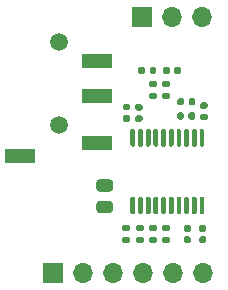
<source format=gbr>
%TF.GenerationSoftware,KiCad,Pcbnew,(5.1.8)-1*%
%TF.CreationDate,2021-11-13T21:13:11+08:00*%
%TF.ProjectId,pcm5102a,70636d35-3130-4326-912e-6b696361645f,rev?*%
%TF.SameCoordinates,Original*%
%TF.FileFunction,Soldermask,Top*%
%TF.FilePolarity,Negative*%
%FSLAX46Y46*%
G04 Gerber Fmt 4.6, Leading zero omitted, Abs format (unit mm)*
G04 Created by KiCad (PCBNEW (5.1.8)-1) date 2021-11-13 21:13:11*
%MOMM*%
%LPD*%
G01*
G04 APERTURE LIST*
%ADD10O,1.700000X1.700000*%
%ADD11R,1.700000X1.700000*%
%ADD12C,1.500000*%
%ADD13R,2.500000X1.200000*%
G04 APERTURE END LIST*
D10*
%TO.C,J3*%
X131080000Y-79500000D03*
X128540000Y-79500000D03*
D11*
X126000000Y-79500000D03*
%TD*%
D10*
%TO.C,J2*%
X131100000Y-101200000D03*
X128560000Y-101200000D03*
X126020000Y-101200000D03*
X123480000Y-101200000D03*
X120940000Y-101200000D03*
D11*
X118400000Y-101200000D03*
%TD*%
%TO.C,R7*%
G36*
G01*
X124785000Y-97660000D02*
X124415000Y-97660000D01*
G75*
G02*
X124280000Y-97525000I0J135000D01*
G01*
X124280000Y-97255000D01*
G75*
G02*
X124415000Y-97120000I135000J0D01*
G01*
X124785000Y-97120000D01*
G75*
G02*
X124920000Y-97255000I0J-135000D01*
G01*
X124920000Y-97525000D01*
G75*
G02*
X124785000Y-97660000I-135000J0D01*
G01*
G37*
G36*
G01*
X124785000Y-98680000D02*
X124415000Y-98680000D01*
G75*
G02*
X124280000Y-98545000I0J135000D01*
G01*
X124280000Y-98275000D01*
G75*
G02*
X124415000Y-98140000I135000J0D01*
G01*
X124785000Y-98140000D01*
G75*
G02*
X124920000Y-98275000I0J-135000D01*
G01*
X124920000Y-98545000D01*
G75*
G02*
X124785000Y-98680000I-135000J0D01*
G01*
G37*
%TD*%
%TO.C,R6*%
G36*
G01*
X123250002Y-94300000D02*
X122349998Y-94300000D01*
G75*
G02*
X122100000Y-94050002I0J249998D01*
G01*
X122100000Y-93524998D01*
G75*
G02*
X122349998Y-93275000I249998J0D01*
G01*
X123250002Y-93275000D01*
G75*
G02*
X123500000Y-93524998I0J-249998D01*
G01*
X123500000Y-94050002D01*
G75*
G02*
X123250002Y-94300000I-249998J0D01*
G01*
G37*
G36*
G01*
X123250002Y-96125000D02*
X122349998Y-96125000D01*
G75*
G02*
X122100000Y-95875002I0J249998D01*
G01*
X122100000Y-95349998D01*
G75*
G02*
X122349998Y-95100000I249998J0D01*
G01*
X123250002Y-95100000D01*
G75*
G02*
X123500000Y-95349998I0J-249998D01*
G01*
X123500000Y-95875002D01*
G75*
G02*
X123250002Y-96125000I-249998J0D01*
G01*
G37*
%TD*%
D12*
%TO.C,J1*%
X118900000Y-88625000D03*
X118900000Y-81625000D03*
D13*
X122150000Y-83225000D03*
X122150000Y-86225000D03*
X122150000Y-90225000D03*
X115650000Y-91325000D03*
%TD*%
%TO.C,U1*%
G36*
G01*
X130935000Y-94745000D02*
X131135000Y-94745000D01*
G75*
G02*
X131235000Y-94845000I0J-100000D01*
G01*
X131235000Y-96120000D01*
G75*
G02*
X131135000Y-96220000I-100000J0D01*
G01*
X130935000Y-96220000D01*
G75*
G02*
X130835000Y-96120000I0J100000D01*
G01*
X130835000Y-94845000D01*
G75*
G02*
X130935000Y-94745000I100000J0D01*
G01*
G37*
G36*
G01*
X130285000Y-94745000D02*
X130485000Y-94745000D01*
G75*
G02*
X130585000Y-94845000I0J-100000D01*
G01*
X130585000Y-96120000D01*
G75*
G02*
X130485000Y-96220000I-100000J0D01*
G01*
X130285000Y-96220000D01*
G75*
G02*
X130185000Y-96120000I0J100000D01*
G01*
X130185000Y-94845000D01*
G75*
G02*
X130285000Y-94745000I100000J0D01*
G01*
G37*
G36*
G01*
X129635000Y-94745000D02*
X129835000Y-94745000D01*
G75*
G02*
X129935000Y-94845000I0J-100000D01*
G01*
X129935000Y-96120000D01*
G75*
G02*
X129835000Y-96220000I-100000J0D01*
G01*
X129635000Y-96220000D01*
G75*
G02*
X129535000Y-96120000I0J100000D01*
G01*
X129535000Y-94845000D01*
G75*
G02*
X129635000Y-94745000I100000J0D01*
G01*
G37*
G36*
G01*
X128985000Y-94745000D02*
X129185000Y-94745000D01*
G75*
G02*
X129285000Y-94845000I0J-100000D01*
G01*
X129285000Y-96120000D01*
G75*
G02*
X129185000Y-96220000I-100000J0D01*
G01*
X128985000Y-96220000D01*
G75*
G02*
X128885000Y-96120000I0J100000D01*
G01*
X128885000Y-94845000D01*
G75*
G02*
X128985000Y-94745000I100000J0D01*
G01*
G37*
G36*
G01*
X128335000Y-94745000D02*
X128535000Y-94745000D01*
G75*
G02*
X128635000Y-94845000I0J-100000D01*
G01*
X128635000Y-96120000D01*
G75*
G02*
X128535000Y-96220000I-100000J0D01*
G01*
X128335000Y-96220000D01*
G75*
G02*
X128235000Y-96120000I0J100000D01*
G01*
X128235000Y-94845000D01*
G75*
G02*
X128335000Y-94745000I100000J0D01*
G01*
G37*
G36*
G01*
X127685000Y-94745000D02*
X127885000Y-94745000D01*
G75*
G02*
X127985000Y-94845000I0J-100000D01*
G01*
X127985000Y-96120000D01*
G75*
G02*
X127885000Y-96220000I-100000J0D01*
G01*
X127685000Y-96220000D01*
G75*
G02*
X127585000Y-96120000I0J100000D01*
G01*
X127585000Y-94845000D01*
G75*
G02*
X127685000Y-94745000I100000J0D01*
G01*
G37*
G36*
G01*
X127035000Y-94745000D02*
X127235000Y-94745000D01*
G75*
G02*
X127335000Y-94845000I0J-100000D01*
G01*
X127335000Y-96120000D01*
G75*
G02*
X127235000Y-96220000I-100000J0D01*
G01*
X127035000Y-96220000D01*
G75*
G02*
X126935000Y-96120000I0J100000D01*
G01*
X126935000Y-94845000D01*
G75*
G02*
X127035000Y-94745000I100000J0D01*
G01*
G37*
G36*
G01*
X126385000Y-94745000D02*
X126585000Y-94745000D01*
G75*
G02*
X126685000Y-94845000I0J-100000D01*
G01*
X126685000Y-96120000D01*
G75*
G02*
X126585000Y-96220000I-100000J0D01*
G01*
X126385000Y-96220000D01*
G75*
G02*
X126285000Y-96120000I0J100000D01*
G01*
X126285000Y-94845000D01*
G75*
G02*
X126385000Y-94745000I100000J0D01*
G01*
G37*
G36*
G01*
X125735000Y-94745000D02*
X125935000Y-94745000D01*
G75*
G02*
X126035000Y-94845000I0J-100000D01*
G01*
X126035000Y-96120000D01*
G75*
G02*
X125935000Y-96220000I-100000J0D01*
G01*
X125735000Y-96220000D01*
G75*
G02*
X125635000Y-96120000I0J100000D01*
G01*
X125635000Y-94845000D01*
G75*
G02*
X125735000Y-94745000I100000J0D01*
G01*
G37*
G36*
G01*
X125085000Y-94745000D02*
X125285000Y-94745000D01*
G75*
G02*
X125385000Y-94845000I0J-100000D01*
G01*
X125385000Y-96120000D01*
G75*
G02*
X125285000Y-96220000I-100000J0D01*
G01*
X125085000Y-96220000D01*
G75*
G02*
X124985000Y-96120000I0J100000D01*
G01*
X124985000Y-94845000D01*
G75*
G02*
X125085000Y-94745000I100000J0D01*
G01*
G37*
G36*
G01*
X125085000Y-89020000D02*
X125285000Y-89020000D01*
G75*
G02*
X125385000Y-89120000I0J-100000D01*
G01*
X125385000Y-90395000D01*
G75*
G02*
X125285000Y-90495000I-100000J0D01*
G01*
X125085000Y-90495000D01*
G75*
G02*
X124985000Y-90395000I0J100000D01*
G01*
X124985000Y-89120000D01*
G75*
G02*
X125085000Y-89020000I100000J0D01*
G01*
G37*
G36*
G01*
X125735000Y-89020000D02*
X125935000Y-89020000D01*
G75*
G02*
X126035000Y-89120000I0J-100000D01*
G01*
X126035000Y-90395000D01*
G75*
G02*
X125935000Y-90495000I-100000J0D01*
G01*
X125735000Y-90495000D01*
G75*
G02*
X125635000Y-90395000I0J100000D01*
G01*
X125635000Y-89120000D01*
G75*
G02*
X125735000Y-89020000I100000J0D01*
G01*
G37*
G36*
G01*
X126385000Y-89020000D02*
X126585000Y-89020000D01*
G75*
G02*
X126685000Y-89120000I0J-100000D01*
G01*
X126685000Y-90395000D01*
G75*
G02*
X126585000Y-90495000I-100000J0D01*
G01*
X126385000Y-90495000D01*
G75*
G02*
X126285000Y-90395000I0J100000D01*
G01*
X126285000Y-89120000D01*
G75*
G02*
X126385000Y-89020000I100000J0D01*
G01*
G37*
G36*
G01*
X127035000Y-89020000D02*
X127235000Y-89020000D01*
G75*
G02*
X127335000Y-89120000I0J-100000D01*
G01*
X127335000Y-90395000D01*
G75*
G02*
X127235000Y-90495000I-100000J0D01*
G01*
X127035000Y-90495000D01*
G75*
G02*
X126935000Y-90395000I0J100000D01*
G01*
X126935000Y-89120000D01*
G75*
G02*
X127035000Y-89020000I100000J0D01*
G01*
G37*
G36*
G01*
X127685000Y-89020000D02*
X127885000Y-89020000D01*
G75*
G02*
X127985000Y-89120000I0J-100000D01*
G01*
X127985000Y-90395000D01*
G75*
G02*
X127885000Y-90495000I-100000J0D01*
G01*
X127685000Y-90495000D01*
G75*
G02*
X127585000Y-90395000I0J100000D01*
G01*
X127585000Y-89120000D01*
G75*
G02*
X127685000Y-89020000I100000J0D01*
G01*
G37*
G36*
G01*
X128335000Y-89020000D02*
X128535000Y-89020000D01*
G75*
G02*
X128635000Y-89120000I0J-100000D01*
G01*
X128635000Y-90395000D01*
G75*
G02*
X128535000Y-90495000I-100000J0D01*
G01*
X128335000Y-90495000D01*
G75*
G02*
X128235000Y-90395000I0J100000D01*
G01*
X128235000Y-89120000D01*
G75*
G02*
X128335000Y-89020000I100000J0D01*
G01*
G37*
G36*
G01*
X128985000Y-89020000D02*
X129185000Y-89020000D01*
G75*
G02*
X129285000Y-89120000I0J-100000D01*
G01*
X129285000Y-90395000D01*
G75*
G02*
X129185000Y-90495000I-100000J0D01*
G01*
X128985000Y-90495000D01*
G75*
G02*
X128885000Y-90395000I0J100000D01*
G01*
X128885000Y-89120000D01*
G75*
G02*
X128985000Y-89020000I100000J0D01*
G01*
G37*
G36*
G01*
X129635000Y-89020000D02*
X129835000Y-89020000D01*
G75*
G02*
X129935000Y-89120000I0J-100000D01*
G01*
X129935000Y-90395000D01*
G75*
G02*
X129835000Y-90495000I-100000J0D01*
G01*
X129635000Y-90495000D01*
G75*
G02*
X129535000Y-90395000I0J100000D01*
G01*
X129535000Y-89120000D01*
G75*
G02*
X129635000Y-89020000I100000J0D01*
G01*
G37*
G36*
G01*
X130285000Y-89020000D02*
X130485000Y-89020000D01*
G75*
G02*
X130585000Y-89120000I0J-100000D01*
G01*
X130585000Y-90395000D01*
G75*
G02*
X130485000Y-90495000I-100000J0D01*
G01*
X130285000Y-90495000D01*
G75*
G02*
X130185000Y-90395000I0J100000D01*
G01*
X130185000Y-89120000D01*
G75*
G02*
X130285000Y-89020000I100000J0D01*
G01*
G37*
G36*
G01*
X130935000Y-89020000D02*
X131135000Y-89020000D01*
G75*
G02*
X131235000Y-89120000I0J-100000D01*
G01*
X131235000Y-90395000D01*
G75*
G02*
X131135000Y-90495000I-100000J0D01*
G01*
X130935000Y-90495000D01*
G75*
G02*
X130835000Y-90395000I0J100000D01*
G01*
X130835000Y-89120000D01*
G75*
G02*
X130935000Y-89020000I100000J0D01*
G01*
G37*
%TD*%
%TO.C,R5*%
G36*
G01*
X125985000Y-97660000D02*
X125615000Y-97660000D01*
G75*
G02*
X125480000Y-97525000I0J135000D01*
G01*
X125480000Y-97255000D01*
G75*
G02*
X125615000Y-97120000I135000J0D01*
G01*
X125985000Y-97120000D01*
G75*
G02*
X126120000Y-97255000I0J-135000D01*
G01*
X126120000Y-97525000D01*
G75*
G02*
X125985000Y-97660000I-135000J0D01*
G01*
G37*
G36*
G01*
X125985000Y-98680000D02*
X125615000Y-98680000D01*
G75*
G02*
X125480000Y-98545000I0J135000D01*
G01*
X125480000Y-98275000D01*
G75*
G02*
X125615000Y-98140000I135000J0D01*
G01*
X125985000Y-98140000D01*
G75*
G02*
X126120000Y-98275000I0J-135000D01*
G01*
X126120000Y-98545000D01*
G75*
G02*
X125985000Y-98680000I-135000J0D01*
G01*
G37*
%TD*%
%TO.C,R4*%
G36*
G01*
X127085000Y-97660000D02*
X126715000Y-97660000D01*
G75*
G02*
X126580000Y-97525000I0J135000D01*
G01*
X126580000Y-97255000D01*
G75*
G02*
X126715000Y-97120000I135000J0D01*
G01*
X127085000Y-97120000D01*
G75*
G02*
X127220000Y-97255000I0J-135000D01*
G01*
X127220000Y-97525000D01*
G75*
G02*
X127085000Y-97660000I-135000J0D01*
G01*
G37*
G36*
G01*
X127085000Y-98680000D02*
X126715000Y-98680000D01*
G75*
G02*
X126580000Y-98545000I0J135000D01*
G01*
X126580000Y-98275000D01*
G75*
G02*
X126715000Y-98140000I135000J0D01*
G01*
X127085000Y-98140000D01*
G75*
G02*
X127220000Y-98275000I0J-135000D01*
G01*
X127220000Y-98545000D01*
G75*
G02*
X127085000Y-98680000I-135000J0D01*
G01*
G37*
%TD*%
%TO.C,R3*%
G36*
G01*
X127085000Y-85460000D02*
X126715000Y-85460000D01*
G75*
G02*
X126580000Y-85325000I0J135000D01*
G01*
X126580000Y-85055000D01*
G75*
G02*
X126715000Y-84920000I135000J0D01*
G01*
X127085000Y-84920000D01*
G75*
G02*
X127220000Y-85055000I0J-135000D01*
G01*
X127220000Y-85325000D01*
G75*
G02*
X127085000Y-85460000I-135000J0D01*
G01*
G37*
G36*
G01*
X127085000Y-86480000D02*
X126715000Y-86480000D01*
G75*
G02*
X126580000Y-86345000I0J135000D01*
G01*
X126580000Y-86075000D01*
G75*
G02*
X126715000Y-85940000I135000J0D01*
G01*
X127085000Y-85940000D01*
G75*
G02*
X127220000Y-86075000I0J-135000D01*
G01*
X127220000Y-86345000D01*
G75*
G02*
X127085000Y-86480000I-135000J0D01*
G01*
G37*
%TD*%
%TO.C,R2*%
G36*
G01*
X128185000Y-97660000D02*
X127815000Y-97660000D01*
G75*
G02*
X127680000Y-97525000I0J135000D01*
G01*
X127680000Y-97255000D01*
G75*
G02*
X127815000Y-97120000I135000J0D01*
G01*
X128185000Y-97120000D01*
G75*
G02*
X128320000Y-97255000I0J-135000D01*
G01*
X128320000Y-97525000D01*
G75*
G02*
X128185000Y-97660000I-135000J0D01*
G01*
G37*
G36*
G01*
X128185000Y-98680000D02*
X127815000Y-98680000D01*
G75*
G02*
X127680000Y-98545000I0J135000D01*
G01*
X127680000Y-98275000D01*
G75*
G02*
X127815000Y-98140000I135000J0D01*
G01*
X128185000Y-98140000D01*
G75*
G02*
X128320000Y-98275000I0J-135000D01*
G01*
X128320000Y-98545000D01*
G75*
G02*
X128185000Y-98680000I-135000J0D01*
G01*
G37*
%TD*%
%TO.C,R1*%
G36*
G01*
X128185000Y-85460000D02*
X127815000Y-85460000D01*
G75*
G02*
X127680000Y-85325000I0J135000D01*
G01*
X127680000Y-85055000D01*
G75*
G02*
X127815000Y-84920000I135000J0D01*
G01*
X128185000Y-84920000D01*
G75*
G02*
X128320000Y-85055000I0J-135000D01*
G01*
X128320000Y-85325000D01*
G75*
G02*
X128185000Y-85460000I-135000J0D01*
G01*
G37*
G36*
G01*
X128185000Y-86480000D02*
X127815000Y-86480000D01*
G75*
G02*
X127680000Y-86345000I0J135000D01*
G01*
X127680000Y-86075000D01*
G75*
G02*
X127815000Y-85940000I135000J0D01*
G01*
X128185000Y-85940000D01*
G75*
G02*
X128320000Y-86075000I0J-135000D01*
G01*
X128320000Y-86345000D01*
G75*
G02*
X128185000Y-86480000I-135000J0D01*
G01*
G37*
%TD*%
%TO.C,C9*%
G36*
G01*
X124820000Y-87430000D02*
X124480000Y-87430000D01*
G75*
G02*
X124340000Y-87290000I0J140000D01*
G01*
X124340000Y-87010000D01*
G75*
G02*
X124480000Y-86870000I140000J0D01*
G01*
X124820000Y-86870000D01*
G75*
G02*
X124960000Y-87010000I0J-140000D01*
G01*
X124960000Y-87290000D01*
G75*
G02*
X124820000Y-87430000I-140000J0D01*
G01*
G37*
G36*
G01*
X124820000Y-88390000D02*
X124480000Y-88390000D01*
G75*
G02*
X124340000Y-88250000I0J140000D01*
G01*
X124340000Y-87970000D01*
G75*
G02*
X124480000Y-87830000I140000J0D01*
G01*
X124820000Y-87830000D01*
G75*
G02*
X124960000Y-87970000I0J-140000D01*
G01*
X124960000Y-88250000D01*
G75*
G02*
X124820000Y-88390000I-140000J0D01*
G01*
G37*
%TD*%
%TO.C,C8*%
G36*
G01*
X125870000Y-87450000D02*
X125530000Y-87450000D01*
G75*
G02*
X125390000Y-87310000I0J140000D01*
G01*
X125390000Y-87030000D01*
G75*
G02*
X125530000Y-86890000I140000J0D01*
G01*
X125870000Y-86890000D01*
G75*
G02*
X126010000Y-87030000I0J-140000D01*
G01*
X126010000Y-87310000D01*
G75*
G02*
X125870000Y-87450000I-140000J0D01*
G01*
G37*
G36*
G01*
X125870000Y-88410000D02*
X125530000Y-88410000D01*
G75*
G02*
X125390000Y-88270000I0J140000D01*
G01*
X125390000Y-87990000D01*
G75*
G02*
X125530000Y-87850000I140000J0D01*
G01*
X125870000Y-87850000D01*
G75*
G02*
X126010000Y-87990000I0J-140000D01*
G01*
X126010000Y-88270000D01*
G75*
G02*
X125870000Y-88410000I-140000J0D01*
G01*
G37*
%TD*%
%TO.C,C7*%
G36*
G01*
X126200000Y-83880000D02*
X126200000Y-84220000D01*
G75*
G02*
X126060000Y-84360000I-140000J0D01*
G01*
X125780000Y-84360000D01*
G75*
G02*
X125640000Y-84220000I0J140000D01*
G01*
X125640000Y-83880000D01*
G75*
G02*
X125780000Y-83740000I140000J0D01*
G01*
X126060000Y-83740000D01*
G75*
G02*
X126200000Y-83880000I0J-140000D01*
G01*
G37*
G36*
G01*
X127160000Y-83880000D02*
X127160000Y-84220000D01*
G75*
G02*
X127020000Y-84360000I-140000J0D01*
G01*
X126740000Y-84360000D01*
G75*
G02*
X126600000Y-84220000I0J140000D01*
G01*
X126600000Y-83880000D01*
G75*
G02*
X126740000Y-83740000I140000J0D01*
G01*
X127020000Y-83740000D01*
G75*
G02*
X127160000Y-83880000I0J-140000D01*
G01*
G37*
%TD*%
%TO.C,C6*%
G36*
G01*
X129920000Y-86870000D02*
X129920000Y-86530000D01*
G75*
G02*
X130060000Y-86390000I140000J0D01*
G01*
X130340000Y-86390000D01*
G75*
G02*
X130480000Y-86530000I0J-140000D01*
G01*
X130480000Y-86870000D01*
G75*
G02*
X130340000Y-87010000I-140000J0D01*
G01*
X130060000Y-87010000D01*
G75*
G02*
X129920000Y-86870000I0J140000D01*
G01*
G37*
G36*
G01*
X128960000Y-86870000D02*
X128960000Y-86530000D01*
G75*
G02*
X129100000Y-86390000I140000J0D01*
G01*
X129380000Y-86390000D01*
G75*
G02*
X129520000Y-86530000I0J-140000D01*
G01*
X129520000Y-86870000D01*
G75*
G02*
X129380000Y-87010000I-140000J0D01*
G01*
X129100000Y-87010000D01*
G75*
G02*
X128960000Y-86870000I0J140000D01*
G01*
G37*
%TD*%
%TO.C,C5*%
G36*
G01*
X128300000Y-83880000D02*
X128300000Y-84220000D01*
G75*
G02*
X128160000Y-84360000I-140000J0D01*
G01*
X127880000Y-84360000D01*
G75*
G02*
X127740000Y-84220000I0J140000D01*
G01*
X127740000Y-83880000D01*
G75*
G02*
X127880000Y-83740000I140000J0D01*
G01*
X128160000Y-83740000D01*
G75*
G02*
X128300000Y-83880000I0J-140000D01*
G01*
G37*
G36*
G01*
X129260000Y-83880000D02*
X129260000Y-84220000D01*
G75*
G02*
X129120000Y-84360000I-140000J0D01*
G01*
X128840000Y-84360000D01*
G75*
G02*
X128700000Y-84220000I0J140000D01*
G01*
X128700000Y-83880000D01*
G75*
G02*
X128840000Y-83740000I140000J0D01*
G01*
X129120000Y-83740000D01*
G75*
G02*
X129260000Y-83880000I0J-140000D01*
G01*
G37*
%TD*%
%TO.C,C4*%
G36*
G01*
X129900000Y-88070000D02*
X129900000Y-87730000D01*
G75*
G02*
X130040000Y-87590000I140000J0D01*
G01*
X130320000Y-87590000D01*
G75*
G02*
X130460000Y-87730000I0J-140000D01*
G01*
X130460000Y-88070000D01*
G75*
G02*
X130320000Y-88210000I-140000J0D01*
G01*
X130040000Y-88210000D01*
G75*
G02*
X129900000Y-88070000I0J140000D01*
G01*
G37*
G36*
G01*
X128940000Y-88070000D02*
X128940000Y-87730000D01*
G75*
G02*
X129080000Y-87590000I140000J0D01*
G01*
X129360000Y-87590000D01*
G75*
G02*
X129500000Y-87730000I0J-140000D01*
G01*
X129500000Y-88070000D01*
G75*
G02*
X129360000Y-88210000I-140000J0D01*
G01*
X129080000Y-88210000D01*
G75*
G02*
X128940000Y-88070000I0J140000D01*
G01*
G37*
%TD*%
%TO.C,C3*%
G36*
G01*
X129970000Y-97700000D02*
X129630000Y-97700000D01*
G75*
G02*
X129490000Y-97560000I0J140000D01*
G01*
X129490000Y-97280000D01*
G75*
G02*
X129630000Y-97140000I140000J0D01*
G01*
X129970000Y-97140000D01*
G75*
G02*
X130110000Y-97280000I0J-140000D01*
G01*
X130110000Y-97560000D01*
G75*
G02*
X129970000Y-97700000I-140000J0D01*
G01*
G37*
G36*
G01*
X129970000Y-98660000D02*
X129630000Y-98660000D01*
G75*
G02*
X129490000Y-98520000I0J140000D01*
G01*
X129490000Y-98240000D01*
G75*
G02*
X129630000Y-98100000I140000J0D01*
G01*
X129970000Y-98100000D01*
G75*
G02*
X130110000Y-98240000I0J-140000D01*
G01*
X130110000Y-98520000D01*
G75*
G02*
X129970000Y-98660000I-140000J0D01*
G01*
G37*
%TD*%
%TO.C,C2*%
G36*
G01*
X131270000Y-97700000D02*
X130930000Y-97700000D01*
G75*
G02*
X130790000Y-97560000I0J140000D01*
G01*
X130790000Y-97280000D01*
G75*
G02*
X130930000Y-97140000I140000J0D01*
G01*
X131270000Y-97140000D01*
G75*
G02*
X131410000Y-97280000I0J-140000D01*
G01*
X131410000Y-97560000D01*
G75*
G02*
X131270000Y-97700000I-140000J0D01*
G01*
G37*
G36*
G01*
X131270000Y-98660000D02*
X130930000Y-98660000D01*
G75*
G02*
X130790000Y-98520000I0J140000D01*
G01*
X130790000Y-98240000D01*
G75*
G02*
X130930000Y-98100000I140000J0D01*
G01*
X131270000Y-98100000D01*
G75*
G02*
X131410000Y-98240000I0J-140000D01*
G01*
X131410000Y-98520000D01*
G75*
G02*
X131270000Y-98660000I-140000J0D01*
G01*
G37*
%TD*%
%TO.C,C1*%
G36*
G01*
X131370000Y-87300000D02*
X131030000Y-87300000D01*
G75*
G02*
X130890000Y-87160000I0J140000D01*
G01*
X130890000Y-86880000D01*
G75*
G02*
X131030000Y-86740000I140000J0D01*
G01*
X131370000Y-86740000D01*
G75*
G02*
X131510000Y-86880000I0J-140000D01*
G01*
X131510000Y-87160000D01*
G75*
G02*
X131370000Y-87300000I-140000J0D01*
G01*
G37*
G36*
G01*
X131370000Y-88260000D02*
X131030000Y-88260000D01*
G75*
G02*
X130890000Y-88120000I0J140000D01*
G01*
X130890000Y-87840000D01*
G75*
G02*
X131030000Y-87700000I140000J0D01*
G01*
X131370000Y-87700000D01*
G75*
G02*
X131510000Y-87840000I0J-140000D01*
G01*
X131510000Y-88120000D01*
G75*
G02*
X131370000Y-88260000I-140000J0D01*
G01*
G37*
%TD*%
M02*

</source>
